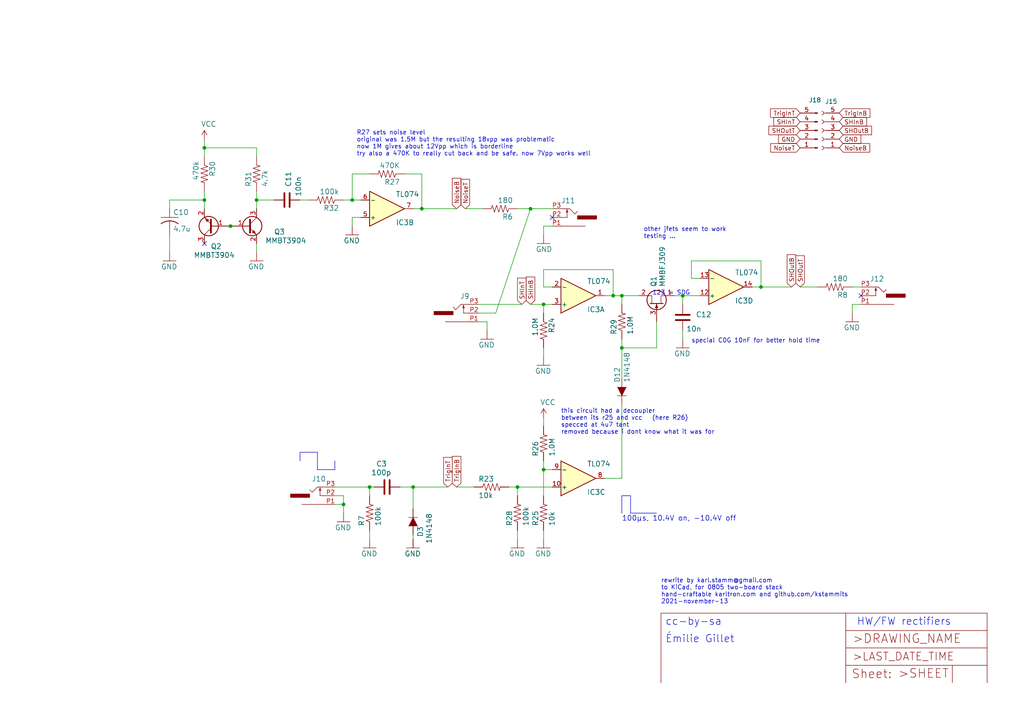
<source format=kicad_sch>
(kicad_sch (version 20230121) (generator eeschema)
  (paper "User" 299.06 210.007)
  (lib_symbols
    (symbol "Amplifier_Operational:TL074" (pin_names (offset 0.127))
      (property "Reference" "U" (at 0 5.08 0))
      (property "Value" "TL074" (at 0 -5.08 0))
      (symbol "TL074_1_1"
        (polyline (pts (xy -5.08 5.08) (xy 5.08 0) (xy -5.08 -5.08) (xy -5.08 5.08)) (stroke (width 0.254)) (fill (type background)))
        (pin output line (at 7.62 0 180) (length 2.54) (name "~") (number "1"))
        (pin input line (at -7.62 -2.54 0) (length 2.54) (name "-") (number "2"))
        (pin input line (at -7.62 2.54 0) (length 2.54) (name "+") (number "3"))
      )
      (symbol "TL074_2_1"
        (polyline (pts (xy -5.08 5.08) (xy 5.08 0) (xy -5.08 -5.08) (xy -5.08 5.08)) (stroke (width 0.254)) (fill (type background)))
        (pin input line (at -7.62 2.54 0) (length 2.54) (name "+") (number "5"))
        (pin input line (at -7.62 -2.54 0) (length 2.54) (name "-") (number "6"))
        (pin output line (at 7.62 0 180) (length 2.54) (name "~") (number "7"))
      )
      (symbol "TL074_3_1"
        (polyline (pts (xy -5.08 5.08) (xy 5.08 0) (xy -5.08 -5.08) (xy -5.08 5.08)) (stroke (width 0.254)) (fill (type background)))
        (pin input line (at -7.62 2.54 0) (length 2.54) (name "+") (number "10"))
        (pin output line (at 7.62 0 180) (length 2.54) (name "~") (number "8"))
        (pin input line (at -7.62 -2.54 0) (length 2.54) (name "-") (number "9"))
      )
      (symbol "TL074_4_1"
        (polyline (pts (xy -5.08 5.08) (xy 5.08 0) (xy -5.08 -5.08) (xy -5.08 5.08)) (stroke (width 0.254)) (fill (type background)))
        (pin input line (at -7.62 2.54 0) (length 2.54) (name "+") (number "12"))
        (pin input line (at -7.62 -2.54 0) (length 2.54) (name "-") (number "13"))
        (pin output line (at 7.62 0 180) (length 2.54) (name "~") (number "14"))
      )
      (symbol "TL074_5_1"
        (pin power_in line (at -2.54 -7.62 90) (length 3.81) (name "V-") (number "11"))
        (pin power_in line (at -2.54 7.62 270) (length 3.81) (name "V+") (number "4"))
      )
    )
    (symbol "Jinx-rescue:C-device" (pin_numbers hide) (pin_names (offset 0.254))
      (property "Reference" "C" (at 0.635 2.54 0))
      (property "Value" "device_C" (at 0.635 -2.54 0))
      (symbol "C-device_0_1"
        (polyline (pts (xy -2.032 -0.762) (xy 2.032 -0.762)) (stroke (width 0.508)))
        (polyline (pts (xy -2.032 0.762) (xy 2.032 0.762)) (stroke (width 0.508)))
      )
      (symbol "C-device_1_1"
        (pin passive line (at 0 3.81 270) (length 2.794) (name "~") (number "1"))
        (pin passive line (at 0 -3.81 90) (length 2.794) (name "~") (number "2"))
      )
    )
    (symbol "Jinx-rescue:Conn_01x05_Female-Connector" (pin_names (offset 1.016) hide)
      (property "Reference" "J" (at 0 7.62 0))
      (property "Value" "Connector_Conn_01x05_Female" (at 0 -7.62 0))
      (symbol "Conn_01x05_Female-Connector_1_1"
        (arc (start 0 -4.572) (mid -0.5058 -5.08) (end 0 -5.588) (stroke (width 0.1524)))
        (arc (start 0 -2.032) (mid -0.5058 -2.54) (end 0 -3.048) (stroke (width 0.1524)))
        (polyline (pts (xy -1.27 -5.08) (xy -0.508 -5.08)) (stroke (width 0.1524)))
        (polyline (pts (xy -1.27 -2.54) (xy -0.508 -2.54)) (stroke (width 0.1524)))
        (polyline (pts (xy -1.27 0) (xy -0.508 0)) (stroke (width 0.1524)))
        (polyline (pts (xy -1.27 2.54) (xy -0.508 2.54)) (stroke (width 0.1524)))
        (polyline (pts (xy -1.27 5.08) (xy -0.508 5.08)) (stroke (width 0.1524)))
        (arc (start 0 0.508) (mid -0.5058 0) (end 0 -0.508) (stroke (width 0.1524)))
        (arc (start 0 3.048) (mid -0.5058 2.54) (end 0 2.032) (stroke (width 0.1524)))
        (arc (start 0 5.588) (mid -0.5058 5.08) (end 0 4.572) (stroke (width 0.1524)))
        (pin passive line (at -5.08 5.08 0) (length 3.81) (name "Pin_1") (number "1"))
        (pin passive line (at -5.08 2.54 0) (length 3.81) (name "Pin_2") (number "2"))
        (pin passive line (at -5.08 0 0) (length 3.81) (name "Pin_3") (number "3"))
        (pin passive line (at -5.08 -2.54 0) (length 3.81) (name "Pin_4") (number "4"))
        (pin passive line (at -5.08 -5.08 0) (length 3.81) (name "Pin_5") (number "5"))
      )
    )
    (symbol "Jinx-rescue:Conn_01x05_Male-Connector" (pin_names (offset 1.016) hide)
      (property "Reference" "J" (at 0 7.62 0))
      (property "Value" "Connector_Conn_01x05_Male" (at 0 -7.62 0))
      (symbol "Conn_01x05_Male-Connector_1_1"
        (polyline (pts (xy 1.27 -5.08) (xy 0.8636 -5.08)) (stroke (width 0.1524)))
        (polyline (pts (xy 1.27 -2.54) (xy 0.8636 -2.54)) (stroke (width 0.1524)))
        (polyline (pts (xy 1.27 0) (xy 0.8636 0)) (stroke (width 0.1524)))
        (polyline (pts (xy 1.27 2.54) (xy 0.8636 2.54)) (stroke (width 0.1524)))
        (polyline (pts (xy 1.27 5.08) (xy 0.8636 5.08)) (stroke (width 0.1524)))
        (rectangle (start 0.8636 -4.953) (end 0 -5.207) (stroke (width 0.1524)) (fill (type outline)))
        (rectangle (start 0.8636 -2.413) (end 0 -2.667) (stroke (width 0.1524)) (fill (type outline)))
        (rectangle (start 0.8636 0.127) (end 0 -0.127) (stroke (width 0.1524)) (fill (type outline)))
        (rectangle (start 0.8636 2.667) (end 0 2.413) (stroke (width 0.1524)) (fill (type outline)))
        (rectangle (start 0.8636 5.207) (end 0 4.953) (stroke (width 0.1524)) (fill (type outline)))
        (pin passive line (at 5.08 5.08 180) (length 3.81) (name "Pin_1") (number "1"))
        (pin passive line (at 5.08 2.54 180) (length 3.81) (name "Pin_2") (number "2"))
        (pin passive line (at 5.08 0 180) (length 3.81) (name "Pin_3") (number "3"))
        (pin passive line (at 5.08 -2.54 180) (length 3.81) (name "Pin_4") (number "4"))
        (pin passive line (at 5.08 -5.08 180) (length 3.81) (name "Pin_5") (number "5"))
      )
    )
    (symbol "Jinx-rescue:D-device" (pin_numbers hide) (pin_names (offset 1.016) hide)
      (property "Reference" "D" (at 0 2.54 0))
      (property "Value" "device_D" (at 0 -2.54 0))
      (symbol "D-device_0_1"
        (polyline (pts (xy -1.27 1.27) (xy -1.27 -1.27)) (stroke (width 0.1524)))
        (polyline (pts (xy 1.27 1.27) (xy -1.27 0) (xy 1.27 -1.27)) (fill (type outline)))
      )
      (symbol "D-device_1_1"
        (pin passive line (at -3.81 0 0) (length 2.54) (name "K") (number "1"))
        (pin passive line (at 3.81 0 180) (length 2.54) (name "A") (number "2"))
      )
    )
    (symbol "Jinx-rescue:Q_NJFET_SDG-device" (pin_names (offset 0) hide)
      (property "Reference" "Q" (at 7.62 1.27 0))
      (property "Value" "device_Q_NJFET_SDG" (at 16.51 -1.27 0))
      (symbol "Q_NJFET_SDG-device_0_1"
        (polyline (pts (xy 0.254 1.905) (xy 0.254 -1.905) (xy 0.254 -1.905)) (stroke (width 0.254)))
        (polyline (pts (xy 2.54 -2.54) (xy 2.54 -1.27) (xy 0.254 -1.27)))
        (polyline (pts (xy 2.54 2.54) (xy 2.54 1.397) (xy 0.254 1.397)))
        (polyline (pts (xy 0 0) (xy -1.016 0.381) (xy -1.016 -0.381) (xy 0 0)) (fill (type outline)))
        (circle (center 1.27 0) (radius 2.8194) (stroke (width 0.254)))
      )
      (symbol "Q_NJFET_SDG-device_1_1"
        (pin passive line (at 2.54 -5.08 90) (length 2.54) (name "S") (number "1"))
        (pin passive line (at 2.54 5.08 270) (length 2.54) (name "D") (number "2"))
        (pin input line (at -5.08 0 0) (length 5.334) (name "G") (number "3"))
      )
    )
    (symbol "Jinx-rescue:Q_NPN_BEC-device" (pin_names (offset 0) hide)
      (property "Reference" "Q" (at 7.62 1.27 0))
      (property "Value" "device_Q_NPN_BEC" (at 15.24 -1.27 0))
      (symbol "Q_NPN_BEC-device_0_1"
        (polyline (pts (xy 0.635 0.635) (xy 2.54 2.54)))
        (polyline (pts (xy 0.635 -0.635) (xy 2.54 -2.54) (xy 2.54 -2.54)))
        (polyline (pts (xy 0.635 1.905) (xy 0.635 -1.905) (xy 0.635 -1.905)) (stroke (width 0.508)))
        (polyline (pts (xy 1.27 -1.778) (xy 1.778 -1.27) (xy 2.286 -2.286) (xy 1.27 -1.778) (xy 1.27 -1.778)) (fill (type outline)))
        (circle (center 1.27 0) (radius 2.8194) (stroke (width 0.254)))
      )
      (symbol "Q_NPN_BEC-device_1_1"
        (pin input line (at -5.08 0 0) (length 5.715) (name "B") (number "1"))
        (pin passive line (at 2.54 -5.08 90) (length 2.54) (name "E") (number "2"))
        (pin passive line (at 2.54 5.08 270) (length 2.54) (name "C") (number "3"))
      )
    )
    (symbol "k2-eagle-import:A4L-LOC" (pin_names (offset 1.016))
      (symbol "A4L-LOC_1_0"
        (polyline (pts (xy 161.29 3.81) (xy 161.29 24.13)))
        (polyline (pts (xy 161.29 24.13) (xy 215.265 24.13)))
        (polyline (pts (xy 215.265 8.89) (xy 215.265 3.81)))
        (polyline (pts (xy 215.265 8.89) (xy 215.265 13.97)))
        (polyline (pts (xy 215.265 13.97) (xy 215.265 19.05)))
        (polyline (pts (xy 215.265 13.97) (xy 256.54 13.97)))
        (polyline (pts (xy 215.265 19.05) (xy 215.265 24.13)))
        (polyline (pts (xy 215.265 19.05) (xy 256.54 19.05)))
        (polyline (pts (xy 215.265 24.13) (xy 256.54 24.13)))
        (polyline (pts (xy 246.38 3.81) (xy 246.38 8.89)))
        (polyline (pts (xy 246.38 8.89) (xy 215.265 8.89)))
        (polyline (pts (xy 246.38 8.89) (xy 256.54 8.89)))
        (polyline (pts (xy 256.54 3.81) (xy 256.54 8.89)))
        (polyline (pts (xy 256.54 8.89) (xy 256.54 13.97)))
        (polyline (pts (xy 256.54 13.97) (xy 256.54 19.05)))
        (polyline (pts (xy 256.54 19.05) (xy 256.54 24.13)))
        (text ">DRAWING_NAME" (at 217.17 15.24 0) (effects (font (size 2.54 2.54)) (justify left bottom)))
        (text ">LAST_DATE_TIME" (at 217.17 10.16 0) (effects (font (size 2.286 2.286)) (justify left bottom)))
        (text ">SHEET" (at 230.505 5.08 0) (effects (font (size 2.54 2.54)) (justify left bottom)))
        (text "Sheet:" (at 216.916 4.953 0) (effects (font (size 2.54 2.54)) (justify left bottom)))
      )
    )
    (symbol "k2-eagle-import:C-USC0603" (pin_names (offset 1.016))
      (property "Reference" "C" (at 1.016 0.635 0))
      (property "Value" "C-USC0603" (at 1.016 -4.191 0))
      (symbol "C-USC0603_1_0"
        (arc (start 0 -1.016) (mid -1.2939 -1.2289) (end -2.4638 -1.8288) (stroke (width 0.254)))
        (polyline (pts (xy -2.54 0) (xy 2.54 0)))
        (polyline (pts (xy 0 -1.016) (xy 0 -2.54)))
        (arc (start 2.4892 -1.8542) (mid 1.3167 -1.2157) (end 0 -0.9906) (stroke (width 0.254)))
        (pin passive line (at 0 2.54 270) (length 2.54) (name "1") (number "1"))
        (pin passive line (at 0 -5.08 90) (length 2.54) (name "2") (number "2"))
      )
    )
    (symbol "k2-eagle-import:GND" (power) (pin_names (offset 1.016))
      (property "Value" "GND" (at -2.54 -2.54 0))
      (symbol "GND_1_0"
        (polyline (pts (xy -1.905 0) (xy 1.905 0)))
        (pin power_in line (at 0 2.54 270) (length 2.54) (name "GND") (number "1"))
      )
    )
    (symbol "k2-eagle-import:PJ301_THONKICONN6" (pin_names (offset 1.016))
      (property "Reference" "J" (at -2.54 4.064 0))
      (symbol "PJ301_THONKICONN6_1_0"
        (polyline (pts (xy -2.54 -2.54) (xy 4.572 -2.54)))
        (polyline (pts (xy -2.54 0) (xy -0.762 0)))
        (polyline (pts (xy -2.54 2.54) (xy 0 2.54)))
        (polyline (pts (xy -1.016 1.524) (xy -0.508 1.524)))
        (polyline (pts (xy -0.762 0) (xy -0.762 2.286)))
        (polyline (pts (xy -0.762 2.286) (xy -1.016 1.524)))
        (polyline (pts (xy -0.508 1.524) (xy -0.762 2.286)))
        (polyline (pts (xy 0 2.54) (xy 1.524 1.016)))
        (polyline (pts (xy 1.524 1.016) (xy 2.286 1.778)))
        (rectangle (start 2.286 -0.508) (end 7.874 0.508) (fill (type outline)))
        (pin passive line (at -5.08 -2.54 0) (length 2.54) (name "1") (number "P1"))
        (pin passive line (at -5.08 0 0) (length 2.54) (name "2") (number "P2"))
        (pin passive line (at -5.08 2.54 0) (length 2.54) (name "3") (number "P3"))
      )
    )
    (symbol "k2-eagle-import:R-US_R0402" (pin_names (offset 1.016))
      (property "Reference" "R" (at -3.81 1.4986 0))
      (property "Value" "R-US_R0402" (at -3.81 -3.302 0))
      (symbol "R-US_R0402_1_0"
        (polyline (pts (xy -2.54 0) (xy -2.159 1.016)))
        (polyline (pts (xy -2.159 1.016) (xy -1.524 -1.016)))
        (polyline (pts (xy -1.524 -1.016) (xy -0.889 1.016)))
        (polyline (pts (xy -0.889 1.016) (xy -0.254 -1.016)))
        (polyline (pts (xy -0.254 -1.016) (xy 0.381 1.016)))
        (polyline (pts (xy 0.381 1.016) (xy 1.016 -1.016)))
        (polyline (pts (xy 1.016 -1.016) (xy 1.651 1.016)))
        (polyline (pts (xy 1.651 1.016) (xy 2.286 -1.016)))
        (polyline (pts (xy 2.286 -1.016) (xy 2.54 0)))
        (pin passive line (at -5.08 0 0) (length 2.54) (name "1") (number "1"))
        (pin passive line (at 5.08 0 180) (length 2.54) (name "2") (number "2"))
      )
    )
    (symbol "k2-eagle-import:VCC" (power) (pin_names (offset 1.016))
      (property "Value" "VCC" (at -1.016 3.556 0))
      (symbol "VCC_1_0"
        (polyline (pts (xy 0 2.54) (xy -0.762 1.27)))
        (polyline (pts (xy 0.762 1.27) (xy 0 2.54)))
        (pin power_in line (at 0 0 90) (length 2.54) (name "VCC") (number "1"))
      )
    )
  )
  (junction (at 100.33 147.32))
  (junction (at 158.75 88.9))
  (junction (at 222.25 83.82))
  (junction (at 154.94 60.96))
  (junction (at 107.95 142.24))
  (junction (at 74.93 58.42))
  (junction (at 181.61 86.36))
  (junction (at 102.87 58.42))
  (junction (at 181.61 101.6))
  (junction (at 120.65 142.24))
  (junction (at 59.69 58.42))
  (junction (at 151.13 142.24))
  (junction (at 123.19 60.96))
  (junction (at 199.39 86.36))
  (junction (at 179.07 86.36))
  (junction (at 67.31 66.04))
  (junction (at 158.75 137.16))
  (junction (at 59.69 43.18))
  (no_connect (at 251.46 86.36))
  (no_connect (at 161.29 63.5))
  (no_connect (at 59.69 71.12))
  (wire (pts (xy 123.19 60.96) (xy 133.35 60.96)))
  (wire (pts (xy 102.87 58.42) (xy 100.33 58.42)))
  (wire (pts (xy 158.75 91.44) (xy 158.75 88.9)))
  (polyline (pts (xy 92.71 132.08) (xy 92.71 137.16)))
  (wire (pts (xy 201.93 81.28) (xy 201.93 76.2)))
  (wire (pts (xy 133.35 142.24) (xy 138.43 142.24)))
  (wire (pts (xy 158.75 137.16) (xy 158.75 144.78)))
  (wire (pts (xy 179.07 78.74) (xy 179.07 86.36)))
  (wire (pts (xy 151.13 142.24) (xy 151.13 144.78)))
  (wire (pts (xy 120.65 142.24) (xy 130.81 142.24)))
  (wire (pts (xy 90.17 58.42) (xy 87.63 58.42)))
  (wire (pts (xy 158.75 101.6) (xy 158.75 104.14)))
  (wire (pts (xy 102.87 50.8) (xy 102.87 58.42)))
  (wire (pts (xy 201.93 76.2) (xy 222.25 76.2)))
  (wire (pts (xy 179.07 86.36) (xy 176.53 86.36)))
  (wire (pts (xy 116.84 142.24) (xy 120.65 142.24)))
  (wire (pts (xy 105.41 63.5) (xy 102.87 63.5)))
  (wire (pts (xy 107.95 142.24) (xy 109.22 142.24)))
  (wire (pts (xy 176.53 139.7) (xy 181.61 139.7)))
  (wire (pts (xy 222.25 83.82) (xy 219.71 83.82)))
  (polyline (pts (xy 184.15 149.86) (xy 191.77 149.86)))
  (wire (pts (xy 74.93 60.96) (xy 74.93 58.42)))
  (wire (pts (xy 161.29 137.16) (xy 158.75 137.16)))
  (polyline (pts (xy 87.63 132.08) (xy 92.71 132.08)))
  (wire (pts (xy 120.65 60.96) (xy 123.19 60.96)))
  (wire (pts (xy 161.29 66.04) (xy 158.75 66.04)))
  (wire (pts (xy 191.77 101.6) (xy 191.77 93.98)))
  (wire (pts (xy 158.75 124.46) (xy 158.75 121.92)))
  (wire (pts (xy 158.75 137.16) (xy 158.75 134.62)))
  (wire (pts (xy 120.65 142.24) (xy 120.65 148.59)))
  (wire (pts (xy 135.89 60.96) (xy 140.97 60.96)))
  (wire (pts (xy 151.13 142.24) (xy 161.29 142.24)))
  (wire (pts (xy 251.46 88.9) (xy 248.92 88.9)))
  (wire (pts (xy 181.61 99.06) (xy 181.61 101.6)))
  (wire (pts (xy 158.75 154.94) (xy 158.75 157.48)))
  (wire (pts (xy 199.39 86.36) (xy 204.47 86.36)))
  (polyline (pts (xy 97.79 137.16) (xy 97.79 134.62)))
  (wire (pts (xy 181.61 139.7) (xy 181.61 118.11)))
  (wire (pts (xy 139.7 88.9) (xy 152.4 88.9)))
  (wire (pts (xy 107.95 142.24) (xy 97.79 142.24)))
  (wire (pts (xy 204.47 81.28) (xy 201.93 81.28)))
  (wire (pts (xy 151.13 60.96) (xy 154.94 60.96)))
  (wire (pts (xy 161.29 83.82) (xy 158.75 83.82)))
  (wire (pts (xy 74.93 58.42) (xy 74.93 55.88)))
  (wire (pts (xy 158.75 78.74) (xy 179.07 78.74)))
  (wire (pts (xy 144.78 91.44) (xy 154.94 60.96)))
  (wire (pts (xy 59.69 43.18) (xy 59.69 40.64)))
  (wire (pts (xy 181.61 101.6) (xy 191.77 101.6)))
  (wire (pts (xy 100.33 147.32) (xy 100.33 149.86)))
  (wire (pts (xy 120.65 157.48) (xy 120.65 156.21)))
  (wire (pts (xy 151.13 154.94) (xy 151.13 157.48)))
  (wire (pts (xy 59.69 43.18) (xy 74.93 43.18)))
  (polyline (pts (xy 181.61 144.78) (xy 184.15 144.78)))
  (wire (pts (xy 179.07 86.36) (xy 181.61 86.36)))
  (wire (pts (xy 154.94 88.9) (xy 158.75 88.9)))
  (wire (pts (xy 222.25 76.2) (xy 222.25 83.82)))
  (wire (pts (xy 49.53 68.58) (xy 49.53 73.66)))
  (wire (pts (xy 64.77 66.04) (xy 67.31 66.04)))
  (wire (pts (xy 67.31 66.04) (xy 69.85 66.04)))
  (wire (pts (xy 123.19 50.8) (xy 123.19 60.96)))
  (wire (pts (xy 199.39 96.52) (xy 199.39 99.06)))
  (wire (pts (xy 107.95 154.94) (xy 107.95 157.48)))
  (wire (pts (xy 49.53 58.42) (xy 59.69 58.42)))
  (wire (pts (xy 74.93 43.18) (xy 74.93 45.72)))
  (wire (pts (xy 154.94 60.96) (xy 161.29 60.96)))
  (wire (pts (xy 158.75 66.04) (xy 158.75 68.58)))
  (wire (pts (xy 158.75 83.82) (xy 158.75 78.74)))
  (wire (pts (xy 49.53 60.96) (xy 49.53 58.42)))
  (wire (pts (xy 59.69 58.42) (xy 59.69 55.88)))
  (wire (pts (xy 102.87 63.5) (xy 102.87 66.04)))
  (wire (pts (xy 102.87 58.42) (xy 105.41 58.42)))
  (wire (pts (xy 181.61 86.36) (xy 186.69 86.36)))
  (wire (pts (xy 158.75 88.9) (xy 161.29 88.9)))
  (wire (pts (xy 97.79 147.32) (xy 100.33 147.32)))
  (wire (pts (xy 107.95 144.78) (xy 107.95 142.24)))
  (wire (pts (xy 59.69 60.96) (xy 59.69 58.42)))
  (wire (pts (xy 97.79 144.78) (xy 100.33 144.78)))
  (wire (pts (xy 148.59 142.24) (xy 151.13 142.24)))
  (wire (pts (xy 181.61 88.9) (xy 181.61 86.36)))
  (wire (pts (xy 139.7 93.98) (xy 142.24 93.98)))
  (wire (pts (xy 248.92 88.9) (xy 248.92 91.44)))
  (polyline (pts (xy 184.15 144.78) (xy 184.15 149.86)))
  (polyline (pts (xy 181.61 149.86) (xy 181.61 144.78)))
  (wire (pts (xy 144.78 91.44) (xy 139.7 91.44)))
  (wire (pts (xy 59.69 45.72) (xy 59.69 43.18)))
  (polyline (pts (xy 92.71 137.16) (xy 97.79 137.16)))
  (wire (pts (xy 248.92 83.82) (xy 251.46 83.82)))
  (wire (pts (xy 74.93 71.12) (xy 74.93 73.66)))
  (wire (pts (xy 181.61 110.49) (xy 181.61 101.6)))
  (wire (pts (xy 222.25 83.82) (xy 231.14 83.82)))
  (wire (pts (xy 233.68 83.82) (xy 238.76 83.82)))
  (polyline (pts (xy 87.63 134.62) (xy 87.63 132.08)))
  (wire (pts (xy 100.33 144.78) (xy 100.33 147.32)))
  (wire (pts (xy 196.85 86.36) (xy 199.39 86.36)))
  (wire (pts (xy 107.95 50.8) (xy 102.87 50.8)))
  (wire (pts (xy 80.01 58.42) (xy 74.93 58.42)))
  (wire (pts (xy 199.39 86.36) (xy 199.39 88.9)))
  (wire (pts (xy 142.24 93.98) (xy 142.24 96.52)))
  (wire (pts (xy 118.11 50.8) (xy 123.19 50.8)))
  (text "other jfets seem to work\ntesting ..." (at 187.96 69.85 0) (effects (font (size 1.27 1.27)) (justify left bottom)))
  (text "this circuit had a decoupler \nbetween its r25 and vcc   (here R26)\nspecced at 4u7 tant\nremoved because i dont know what it was for" (at 163.83 127 0) (effects (font (size 1.27 1.27)) (justify left bottom)))
  (text "123 = SDG" (at 190.5 86.36 0) (effects (font (size 1.27 1.27)) (justify left bottom)))
  (text "HW/FW rectifiers" (at 250.19 182.88 0) (effects (font (size 2.159 2.159)) (justify left bottom)))
  (text "rewrite by karl.stamm@gmail.com\nto KiCad, for 0805 two-board stack\nhand-craftable karltron.com and github.com/kstammits\n2021-november-13" (at 193.04 176.53 0) (effects (font (size 1.27 1.27)) (justify left bottom)))
  (text "Émilie Gillet" (at 194.31 187.96 0) (effects (font (size 2.159 2.159)) (justify left bottom)))
  (text "R27 sets noise level\noriginal was 1.5M but the resulting 18vpp was problematic\nnow 1M gives about 12Vpp which is borderline\ntry also a 470K to really cut back and be safe. now 7Vpp works well" (at 104.14 45.72 0) (effects (font (size 1.27 1.27)) (justify left bottom)))
  (text "special C0G 10nF for better hold time" (at 201.93 100.33 0) (effects (font (size 1.27 1.27)) (justify left bottom)))
  (text "cc-by-sa" (at 194.31 182.88 0) (effects (font (size 2.159 2.159)) (justify left bottom)))
  (text "100µs, 10.4V on, -10.4V off" (at 181.61 152.4 0) (effects (font (size 1.4986 1.4986)) (justify left bottom)))
  (global_label "SHOutB" (shape input) (at 245.11 38.1 0) (property "Intersheetrefs" "${INTERSHEET_REFS}" (effects hide)))
  (global_label "TrigInB" (shape input) (at 245.11 33.02 0) (property "Intersheetrefs" "${INTERSHEET_REFS}" (effects hide)))
  (global_label "NoiseB" (shape input) (at 133.35 60.96 90) (property "Intersheetrefs" "${INTERSHEET_REFS}" (effects hide)))
  (global_label "GND" (shape input) (at 245.11 40.64 0) (property "Intersheetrefs" "${INTERSHEET_REFS}" (effects hide)))
  (global_label "SHOutT" (shape input) (at 233.68 83.82 90) (property "Intersheetrefs" "${INTERSHEET_REFS}" (effects hide)))
  (global_label "TrigInT" (shape input) (at 233.68 33.02 180) (property "Intersheetrefs" "${INTERSHEET_REFS}" (effects hide)))
  (global_label "SHInT" (shape input) (at 152.4 88.9 90) (property "Intersheetrefs" "${INTERSHEET_REFS}" (effects hide)))
  (global_label "GND" (shape input) (at 233.68 40.64 180) (property "Intersheetrefs" "${INTERSHEET_REFS}" (effects hide)))
  (global_label "NoiseT" (shape input) (at 135.89 60.96 90) (property "Intersheetrefs" "${INTERSHEET_REFS}" (effects hide)))
  (global_label "NoiseB" (shape input) (at 245.11 43.18 0) (property "Intersheetrefs" "${INTERSHEET_REFS}" (effects hide)))
  (global_label "SHOutB" (shape input) (at 231.14 83.82 90) (property "Intersheetrefs" "${INTERSHEET_REFS}" (effects hide)))
  (global_label "NoiseT" (shape input) (at 233.68 43.18 180) (property "Intersheetrefs" "${INTERSHEET_REFS}" (effects hide)))
  (global_label "SHInB" (shape input) (at 245.11 35.56 0) (property "Intersheetrefs" "${INTERSHEET_REFS}" (effects hide)))
  (global_label "TrigInB" (shape input) (at 133.35 142.24 90) (property "Intersheetrefs" "${INTERSHEET_REFS}" (effects hide)))
  (global_label "SHOutT" (shape input) (at 233.68 38.1 180) (property "Intersheetrefs" "${INTERSHEET_REFS}" (effects hide)))
  (global_label "SHInB" (shape input) (at 154.94 88.9 90) (property "Intersheetrefs" "${INTERSHEET_REFS}" (effects hide)))
  (global_label "SHInT" (shape input) (at 233.68 35.56 180) (property "Intersheetrefs" "${INTERSHEET_REFS}" (effects hide)))
  (global_label "TrigInT" (shape input) (at 130.81 142.24 90) (property "Intersheetrefs" "${INTERSHEET_REFS}" (effects hide)))
  (symbol (lib_id "k2-eagle-import:A4L-LOC") (at 31.75 203.2 0) (unit 1)
    (property "Reference" "#FRAME7" (effects hide))
    (property "Value" "A4L-LOC" (effects hide))
  )
  (symbol (lib_id "k2-eagle-import:R-US_R0402") (at 107.95 149.86 90) (unit 1)
    (property "Reference" "R7" (at 106.4514 153.67 0) (effects (font (size 1.4986 1.4986)) (justify left bottom)))
    (property "Value" "100k" (at 111.252 153.67 0) (effects (font (size 1.4986 1.4986)) (justify left bottom)))
    (property "Footprint" "Resistor_SMD:R_0805_2012Metric_Pad1.20x1.40mm_HandSolder" (effects hide))
    (instances (project "Jinx" (path "" (reference "R7") (unit 1)) (path "" (reference "R7") (unit 1)) (path "" (reference "R16") (unit 1))))
  )
  (symbol (lib_id "k2-eagle-import:GND") (at 158.75 71.12 0) (mirror y) (unit 1)
    (property "Reference" "#GND015" (effects hide))
    (property "Value" "GND" (at 161.29 73.66 0) (effects (font (size 1.4986 1.4986)) (justify left bottom)))
    (instances (project "Jinx" (path "" (reference "#GND015") (unit 1)) (path "" (reference "#GND15") (unit 1)) (path "" (reference "#GND04") (unit 1))))
  )
  (symbol (lib_id "k2-eagle-import:R-US_R0402") (at 158.75 96.52 270) (unit 1)
    (property "Reference" "R24" (at 160.2486 92.71 0) (effects (font (size 1.4986 1.4986)) (justify left bottom)))
    (property "Value" "1.0M" (at 155.448 92.71 0) (effects (font (size 1.4986 1.4986)) (justify left bottom)))
    (property "Footprint" "Resistor_SMD:R_0805_2012Metric_Pad1.20x1.40mm_HandSolder" (effects hide))
    (instances (project "Jinx" (path "" (reference "R24") (unit 1)) (path "" (reference "R24") (unit 1)) (path "" (reference "R13") (unit 1))))
  )
  (symbol (lib_id "Amplifier_Operational:TL074") (at 113.03 60.96 0) (mirror x) (unit 2)
    (property "Reference" "IC3" (at 115.57 64.135 0) (effects (font (size 1.4986 1.4986)) (justify left bottom)))
    (property "Value" "TL074" (at 115.57 55.88 0) (effects (font (size 1.4986 1.4986)) (justify left bottom)))
    (property "Footprint" "Package_SO:SOIC-14_3.9x8.7mm_P1.27mm" (effects hide))
    (instances (project "Jinx" (path "" (reference "IC3") (unit 2)) (path "" (reference "IC?") (unit 1)) (path "" (reference "IC1") (unit 2))))
  )
  (symbol (lib_id "k2-eagle-import:R-US_R0402") (at 143.51 142.24 0) (unit 1)
    (property "Reference" "R23" (at 139.7 140.7414 0) (effects (font (size 1.4986 1.4986)) (justify left bottom)))
    (property "Value" "10k" (at 139.7 145.542 0) (effects (font (size 1.4986 1.4986)) (justify left bottom)))
    (property "Footprint" "Resistor_SMD:R_0805_2012Metric_Pad1.20x1.40mm_HandSolder" (effects hide))
    (instances (project "Jinx" (path "" (reference "R23") (unit 1)) (path "" (reference "R23") (unit 1)) (path "" (reference "R15") (unit 1))))
  )
  (symbol (lib_id "k2-eagle-import:GND") (at 199.39 101.6 0) (unit 1)
    (property "Reference" "#GND030" (effects hide))
    (property "Value" "GND" (at 196.85 104.14 0) (effects (font (size 1.4986 1.4986)) (justify left bottom)))
    (instances (project "Jinx" (path "" (reference "#GND030") (unit 1)) (path "" (reference "#GND30") (unit 1)) (path "" (reference "#GND013") (unit 1))))
  )
  (symbol (lib_id "k2-eagle-import:GND") (at 120.65 160.02 0) (unit 1)
    (property "Reference" "#GND032" (effects hide))
    (property "Value" "GND" (at 118.11 162.56 0) (effects (font (size 1.4986 1.4986)) (justify left bottom)))
    (instances (project "Jinx" (path "" (reference "#GND032") (unit 1)) (path "" (reference "#GND32") (unit 1)) (path "" (reference "#GND022") (unit 1))))
  )
  (symbol (lib_id "k2-eagle-import:GND") (at 158.75 106.68 0) (unit 1)
    (property "Reference" "#GND029" (effects hide))
    (property "Value" "GND" (at 156.21 109.22 0) (effects (font (size 1.4986 1.4986)) (justify left bottom)))
    (instances (project "Jinx" (path "" (reference "#GND029") (unit 1)) (path "" (reference "#GND29") (unit 1)) (path "" (reference "#GND017") (unit 1))))
  )
  (symbol (lib_id "Amplifier_Operational:TL074") (at 212.09 83.82 0) (mirror x) (unit 4)
    (property "Reference" "IC3" (at 214.63 86.995 0) (effects (font (size 1.4986 1.4986)) (justify left bottom)))
    (property "Value" "TL074" (at 214.63 78.74 0) (effects (font (size 1.4986 1.4986)) (justify left bottom)))
    (property "Footprint" "Package_SO:SOIC-14_3.9x8.7mm_P1.27mm" (effects hide))
    (instances (project "Jinx" (path "" (reference "IC3") (unit 4)) (path "" (reference "IC?") (unit 1)) (path "" (reference "IC1") (unit 4))))
  )
  (symbol (lib_id "Amplifier_Operational:TL074") (at 168.91 139.7 0) (mirror x) (unit 3)
    (property "Reference" "IC3" (at 171.45 142.875 0) (effects (font (size 1.4986 1.4986)) (justify left bottom)))
    (property "Value" "TL074" (at 171.45 134.62 0) (effects (font (size 1.4986 1.4986)) (justify left bottom)))
    (property "Footprint" "Package_SO:SOIC-14_3.9x8.7mm_P1.27mm" (effects hide))
    (instances (project "Jinx" (path "" (reference "IC3") (unit 3)) (path "" (reference "IC?") (unit 1)) (path "" (reference "IC1") (unit 3))))
  )
  (symbol (lib_id "k2-eagle-import:R-US_R0402") (at 113.03 50.8 180) (unit 1)
    (property "Reference" "R27" (at 116.84 52.2986 0) (effects (font (size 1.4986 1.4986)) (justify left bottom)))
    (property "Value" "470K" (at 116.84 47.498 0) (effects (font (size 1.4986 1.4986)) (justify left bottom)))
    (property "Footprint" "Resistor_SMD:R_0805_2012Metric_Pad1.20x1.40mm_HandSolder" (effects hide))
    (instances (project "Jinx" (path "" (reference "R27") (unit 1)) (path "" (reference "R27") (unit 1)) (path "" (reference "R3") (unit 1))))
  )
  (symbol (lib_id "k2-eagle-import:R-US_R0402") (at 158.75 129.54 90) (unit 1)
    (property "Reference" "R26" (at 157.2514 133.35 0) (effects (font (size 1.4986 1.4986)) (justify left bottom)))
    (property "Value" "1.0M" (at 162.052 133.35 0) (effects (font (size 1.4986 1.4986)) (justify left bottom)))
    (property "Footprint" "Resistor_SMD:R_0805_2012Metric_Pad1.20x1.40mm_HandSolder" (effects hide))
    (instances (project "Jinx" (path "" (reference "R26") (unit 1)) (path "" (reference "R26") (unit 1)) (path "" (reference "R14") (unit 1))))
  )
  (symbol (lib_id "Jinx-rescue:D-device") (at 181.61 114.3 90) (unit 1)
    (property "Reference" "D12" (at 181.1274 111.76 0) (effects (font (size 1.4986 1.4986)) (justify left bottom)))
    (property "Value" "1N4148" (at 183.9214 111.76 0) (effects (font (size 1.4986 1.4986)) (justify left bottom)))
    (property "Footprint" "Diode_SMD:D_1206_3216Metric_Pad1.42x1.75mm_HandSolder" (effects hide))
    (instances (project "Jinx" (path "" (reference "D12") (unit 1)) (path "" (reference "D12") (unit 1)) (path "" (reference "D4") (unit 1))))
  )
  (symbol (lib_id "k2-eagle-import:GND") (at 49.53 76.2 0) (unit 1)
    (property "Reference" "#GND035" (effects hide))
    (property "Value" "GND" (at 46.99 78.74 0) (effects (font (size 1.4986 1.4986)) (justify left bottom)))
    (instances (project "Jinx" (path "" (reference "#GND035") (unit 1)) (path "" (reference "#GND35") (unit 1)) (path "" (reference "#GND06") (unit 1))))
  )
  (symbol (lib_id "k2-eagle-import:R-US_R0402") (at 59.69 50.8 270) (unit 1)
    (property "Reference" "R30" (at 61.1886 46.99 0) (effects (font (size 1.4986 1.4986)) (justify left bottom)))
    (property "Value" "470k" (at 56.388 46.99 0) (effects (font (size 1.4986 1.4986)) (justify left bottom)))
    (property "Footprint" "Resistor_SMD:R_0805_2012Metric_Pad1.20x1.40mm_HandSolder" (effects hide))
    (instances (project "Jinx" (path "" (reference "R30") (unit 1)) (path "" (reference "R30") (unit 1)) (path "" (reference "R1") (unit 1))))
  )
  (symbol (lib_id "k2-eagle-import:R-US_R0402") (at 95.25 58.42 180) (unit 1)
    (property "Reference" "R32" (at 99.06 59.9186 0) (effects (font (size 1.4986 1.4986)) (justify left bottom)))
    (property "Value" "100k" (at 99.06 55.118 0) (effects (font (size 1.4986 1.4986)) (justify left bottom)))
    (property "Footprint" "Resistor_SMD:R_0805_2012Metric_Pad1.20x1.40mm_HandSolder" (effects hide))
    (instances (project "Jinx" (path "" (reference "R32") (unit 1)) (path "" (reference "R32") (unit 1)) (path "" (reference "R9") (unit 1))))
  )
  (symbol (lib_id "k2-eagle-import:GND") (at 74.93 76.2 0) (unit 1)
    (property "Reference" "#GND03" (effects hide))
    (property "Value" "GND" (at 72.39 78.74 0) (effects (font (size 1.4986 1.4986)) (justify left bottom)))
    (instances (project "Jinx" (path "" (reference "#GND03") (unit 1)) (path "" (reference "#GND3") (unit 1)) (path "" (reference "#GND07") (unit 1))))
  )
  (symbol (lib_id "k2-eagle-import:GND") (at 151.13 160.02 0) (unit 1)
    (property "Reference" "#GND033" (effects hide))
    (property "Value" "GND" (at 148.59 162.56 0) (effects (font (size 1.4986 1.4986)) (justify left bottom)))
    (instances (project "Jinx" (path "" (reference "#GND033") (unit 1)) (path "" (reference "#GND33") (unit 1)) (path "" (reference "#GND023") (unit 1))))
  )
  (symbol (lib_id "Jinx-rescue:Conn_01x05_Female-Connector") (at 240.03 38.1 180) (unit 1)
    (property "Reference" "J15" (at 242.7732 29.6418 0))
    (property "Value" "Conn_01x05_Female" (effects hide))
    (property "Footprint" "Connector_PinHeader_2.54mm:PinHeader_1x05_P2.54mm_Vertical" (effects hide))
    (instances (project "Jinx" (path "" (reference "J15") (unit 1)) (path "" (reference "J2") (unit 1)) (path "" (reference "J15") (unit 1))))
  )
  (symbol (lib_id "k2-eagle-import:R-US_R0402") (at 243.84 83.82 180) (unit 1)
    (property "Reference" "R8" (at 247.65 85.3186 0) (effects (font (size 1.4986 1.4986)) (justify left bottom)))
    (property "Value" "180" (at 247.65 80.518 0) (effects (font (size 1.4986 1.4986)) (justify left bottom)))
    (property "Footprint" "Resistor_SMD:R_0805_2012Metric_Pad1.20x1.40mm_HandSolder" (effects hide))
    (instances (project "Jinx" (path "" (reference "R8") (unit 1)) (path "" (reference "R8") (unit 1)) (path "" (reference "R11") (unit 1))))
  )
  (symbol (lib_id "k2-eagle-import:VCC") (at 158.75 121.92 0) (unit 1)
    (property "Reference" "#P+08" (effects hide))
    (property "Value" "VCC" (at 157.734 118.364 0) (effects (font (size 1.4986 1.4986)) (justify left bottom)))
    (instances (project "Jinx" (path "" (reference "#P+08") (unit 1)) (path "" (reference "#P+8") (unit 1)) (path "" (reference "#P+06") (unit 1))))
  )
  (symbol (lib_id "k2-eagle-import:GND") (at 248.92 93.98 0) (unit 1)
    (property "Reference" "#GND018" (effects hide))
    (property "Value" "GND" (at 246.38 96.52 0) (effects (font (size 1.4986 1.4986)) (justify left bottom)))
    (instances (project "Jinx" (path "" (reference "#GND018") (unit 1)) (path "" (reference "#GND18") (unit 1)) (path "" (reference "#GND08") (unit 1))))
  )
  (symbol (lib_id "k2-eagle-import:PJ301_THONKICONN6") (at 256.54 86.36 0) (unit 1)
    (property "Reference" "J12" (at 254 82.296 0) (effects (font (size 1.4986 1.4986)) (justify left bottom)))
    (property "Value" "PJ301_THONKICONN6" (effects hide))
    (property "Footprint" "k2:WQP_PJ_301M6" (effects hide))
    (instances (project "Jinx" (path "" (reference "J12") (unit 1)) (path "" (reference "J12") (unit 1)) (path "" (reference "J4") (unit 1))))
  )
  (symbol (lib_id "Jinx-rescue:D-device") (at 120.65 152.4 270) (unit 1)
    (property "Reference" "D3" (at 121.92 153.67 0) (effects (font (size 1.4986 1.4986)) (justify left bottom)))
    (property "Value" "1N4148" (at 124.46 149.86 0) (effects (font (size 1.4986 1.4986)) (justify left bottom)))
    (property "Footprint" "Diode_SMD:D_1206_3216Metric_Pad1.42x1.75mm_HandSolder" (effects hide))
    (instances (project "Jinx" (path "" (reference "D3") (unit 1)) (path "" (reference "D3") (unit 1)) (path "" (reference "D5") (unit 1))))
  )
  (symbol (lib_id "k2-eagle-import:GND") (at 142.24 99.06 0) (unit 1)
    (property "Reference" "#GND019" (effects hide))
    (property "Value" "GND" (at 139.7 101.6 0) (effects (font (size 1.4986 1.4986)) (justify left bottom)))
    (instances (project "Jinx" (path "" (reference "#GND019") (unit 1)) (path "" (reference "#GND19") (unit 1)) (path "" (reference "#GND012") (unit 1))))
  )
  (symbol (lib_id "k2-eagle-import:GND") (at 100.33 152.4 0) (unit 1)
    (property "Reference" "#GND016" (effects hide))
    (property "Value" "GND" (at 97.79 154.94 0) (effects (font (size 1.4986 1.4986)) (justify left bottom)))
    (instances (project "Jinx" (path "" (reference "#GND016") (unit 1)) (path "" (reference "#GND16") (unit 1)) (path "" (reference "#GND020") (unit 1))))
  )
  (symbol (lib_id "k2-eagle-import:R-US_R0402") (at 158.75 149.86 90) (unit 1)
    (property "Reference" "R25" (at 157.2514 153.67 0) (effects (font (size 1.4986 1.4986)) (justify left bottom)))
    (property "Value" "10k" (at 162.052 153.67 0) (effects (font (size 1.4986 1.4986)) (justify left bottom)))
    (property "Footprint" "Resistor_SMD:R_0805_2012Metric_Pad1.20x1.40mm_HandSolder" (effects hide))
    (instances (project "Jinx" (path "" (reference "R25") (unit 1)) (path "" (reference "R25") (unit 1)) (path "" (reference "R18") (unit 1))))
  )
  (symbol (lib_id "k2-eagle-import:PJ301_THONKICONN6") (at 166.37 63.5 0) (unit 1)
    (property "Reference" "J11" (at 163.83 59.436 0) (effects (font (size 1.4986 1.4986)) (justify left bottom)))
    (property "Value" "PJ301_THONKICONN6" (effects hide))
    (property "Footprint" "k2:WQP_PJ_301M6" (effects hide))
    (instances (project "Jinx" (path "" (reference "J11") (unit 1)) (path "" (reference "J11") (unit 1)) (path "" (reference "J3") (unit 1))))
  )
  (symbol (lib_id "k2-eagle-import:C-USC0603") (at 49.53 63.5 0) (unit 1)
    (property "Reference" "C10" (at 50.546 62.865 0) (effects (font (size 1.4986 1.4986)) (justify left bottom)))
    (property "Value" "4.7u" (at 50.546 67.691 0) (effects (font (size 1.4986 1.4986)) (justify left bottom)))
    (property "Footprint" "Capacitor_SMD:C_0805_2012Metric_Pad1.18x1.45mm_HandSolder" (effects hide))
    (instances (project "Jinx" (path "" (reference "C10") (unit 1)) (path "" (reference "C10") (unit 1)) (path "" (reference "C14") (unit 1))))
  )
  (symbol (lib_id "k2-eagle-import:GND") (at 158.75 160.02 0) (unit 1)
    (property "Reference" "#GND034" (effects hide))
    (property "Value" "GND" (at 156.21 162.56 0) (effects (font (size 1.4986 1.4986)) (justify left bottom)))
    (instances (project "Jinx" (path "" (reference "#GND034") (unit 1)) (path "" (reference "#GND34") (unit 1)) (path "" (reference "#GND024") (unit 1))))
  )
  (symbol (lib_id "Jinx-rescue:C-device") (at 113.03 142.24 90) (unit 1)
    (property "Reference" "C3" (at 113.03 134.62 90) (effects (font (size 1.4986 1.4986)) (justify left bottom)))
    (property "Value" "100p" (at 114.3 137.16 90) (effects (font (size 1.4986 1.4986)) (justify left bottom)))
    (property "Footprint" "Capacitor_SMD:C_0805_2012Metric_Pad1.18x1.45mm_HandSolder" (effects hide))
    (instances (project "Jinx" (path "" (reference "C3") (unit 1)) (path "" (reference "C3") (unit 1)) (path "" (reference "C16") (unit 1))))
  )
  (symbol (lib_id "Jinx-rescue:Conn_01x05_Male-Connector") (at 238.76 38.1 180) (unit 1)
    (property "Reference" "J18" (at 236.22 29.21 0) (effects (justify right)))
    (property "Value" "Conn_01x05_Male" (effects hide))
    (property "Footprint" "Connector_PinHeader_2.54mm:PinHeader_1x05_P2.54mm_Vertical" (effects hide))
    (instances (project "Jinx" (path "" (reference "J18") (unit 1)) (path "" (reference "J1") (unit 1)) (path "" (reference "J18") (unit 1))))
  )
  (symbol (lib_id "k2-eagle-import:R-US_R0402") (at 74.93 50.8 90) (unit 1)
    (property "Reference" "R31" (at 73.4314 54.61 0) (effects (font (size 1.4986 1.4986)) (justify left bottom)))
    (property "Value" "4.7k" (at 78.232 54.61 0) (effects (font (size 1.4986 1.4986)) (justify left bottom)))
    (property "Footprint" "Resistor_SMD:R_0805_2012Metric_Pad1.20x1.40mm_HandSolder" (effects hide))
    (instances (project "Jinx" (path "" (reference "R31") (unit 1)) (path "" (reference "R31") (unit 1)) (path "" (reference "R2") (unit 1))))
  )
  (symbol (lib_id "k2-eagle-import:PJ301_THONKICONN6") (at 92.71 144.78 0) (mirror y) (unit 1)
    (property "Reference" "J10" (at 95.25 140.716 0) (effects (font (size 1.4986 1.4986)) (justify left bottom)))
    (property "Value" "PJ301_THONKICONN6" (effects hide))
    (property "Footprint" "k2:WQP_PJ_301M6" (effects hide))
    (instances (project "Jinx" (path "" (reference "J10") (unit 1)) (path "" (reference "J10") (unit 1)) (path "" (reference "J16") (unit 1))))
  )
  (symbol (lib_id "Jinx-rescue:Q_NPN_BEC-device") (at 62.23 66.04 180) (unit 1)
    (property "Reference" "Q2" (at 64.77 71.12 0) (effects (font (size 1.4986 1.4986)) (justify left bottom)))
    (property "Value" "MMBT3904" (at 68.58 73.66 0) (effects (font (size 1.4986 1.4986)) (justify left bottom)))
    (property "Footprint" "Package_TO_SOT_SMD:SOT-23_Handsoldering" (effects hide))
    (instances (project "Jinx" (path "" (reference "Q2") (unit 1)) (path "" (reference "Q2") (unit 1)) (path "" (reference "Q4") (unit 1))))
  )
  (symbol (lib_id "k2-eagle-import:R-US_R0402") (at 181.61 93.98 90) (unit 1)
    (property "Reference" "R29" (at 180.1114 97.79 0) (effects (font (size 1.4986 1.4986)) (justify left bottom)))
    (property "Value" "1.0M" (at 184.912 97.79 0) (effects (font (size 1.4986 1.4986)) (justify left bottom)))
    (property "Footprint" "Resistor_SMD:R_0805_2012Metric_Pad1.20x1.40mm_HandSolder" (effects hide))
    (instances (project "Jinx" (path "" (reference "R29") (unit 1)) (path "" (reference "R29") (unit 1)) (path "" (reference "R12") (unit 1))))
  )
  (symbol (lib_id "Amplifier_Operational:TL074") (at 168.91 86.36 0) (mirror x) (unit 1)
    (property "Reference" "IC3" (at 171.45 89.535 0) (effects (font (size 1.4986 1.4986)) (justify left bottom)))
    (property "Value" "TL074" (at 171.45 81.28 0) (effects (font (size 1.4986 1.4986)) (justify left bottom)))
    (property "Footprint" "Package_SO:SOIC-14_3.9x8.7mm_P1.27mm" (effects hide))
    (instances (project "Jinx" (path "" (reference "IC3") (unit 1)) (path "" (reference "IC3") (unit 1)) (path "" (reference "IC1") (unit 1))))
  )
  (symbol (lib_id "k2-eagle-import:R-US_R0402") (at 151.13 149.86 90) (unit 1)
    (property "Reference" "R28" (at 149.6314 153.67 0) (effects (font (size 1.4986 1.4986)) (justify left bottom)))
    (property "Value" "100k" (at 154.432 153.67 0) (effects (font (size 1.4986 1.4986)) (justify left bottom)))
    (property "Footprint" "Resistor_SMD:R_0805_2012Metric_Pad1.20x1.40mm_HandSolder" (effects hide))
    (instances (project "Jinx" (path "" (reference "R28") (unit 1)) (path "" (reference "R28") (unit 1)) (path "" (reference "R17") (unit 1))))
  )
  (symbol (lib_id "k2-eagle-import:GND") (at 102.87 68.58 0) (unit 1)
    (property "Reference" "#GND05" (effects hide))
    (property "Value" "GND" (at 100.33 71.12 0) (effects (font (size 1.4986 1.4986)) (justify left bottom)))
    (instances (project "Jinx" (path "" (reference "#GND05") (unit 1)) (path "" (reference "#GND5") (unit 1)) (path "" (reference "#GND02") (unit 1))))
  )
  (symbol (lib_id "k2-eagle-import:VCC") (at 59.69 40.64 0) (unit 1)
    (property "Reference" "#P+03" (effects hide))
    (property "Value" "VCC" (at 58.674 37.084 0) (effects (font (size 1.4986 1.4986)) (justify left bottom)))
    (instances (project "Jinx" (path "" (reference "#P+03") (unit 1)) (path "" (reference "#P+3") (unit 1)) (path "" (reference "#P+02") (unit 1))))
  )
  (symbol (lib_id "k2-eagle-import:GND") (at 107.95 160.02 0) (unit 1)
    (property "Reference" "#GND031" (effects hide))
    (property "Value" "GND" (at 105.41 162.56 0) (effects (font (size 1.4986 1.4986)) (justify left bottom)))
    (instances (project "Jinx" (path "" (reference "#GND031") (unit 1)) (path "" (reference "#GND31") (unit 1)) (path "" (reference "#GND021") (unit 1))))
  )
  (symbol (lib_id "Jinx-rescue:C-device") (at 83.82 58.42 90) (unit 1)
    (property "Reference" "C11" (at 85.09 54.61 0) (effects (font (size 1.4986 1.4986)) (justify left bottom)))
    (property "Value" "100n" (at 88.011 57.404 0) (effects (font (size 1.4986 1.4986)) (justify left bottom)))
    (property "Footprint" "Capacitor_SMD:C_0805_2012Metric_Pad1.18x1.45mm_HandSolder" (effects hide))
    (instances (project "Jinx" (path "" (reference "C11") (unit 1)) (path "" (reference "C11") (unit 1)) (path "" (reference "C13") (unit 1))))
  )
  (symbol (lib_id "Jinx-rescue:C-device") (at 199.39 92.71 0) (unit 1)
    (property "Reference" "C12" (at 203.2 92.71 0) (effects (font (size 1.4986 1.4986)) (justify left bottom)))
    (property "Value" "10n" (at 200.406 96.901 0) (effects (font (size 1.4986 1.4986)) (justify left bottom)))
    (property "Footprint" "Capacitor_SMD:C_0805_2012Metric_Pad1.18x1.45mm_HandSolder" (effects hide))
    (instances (project "Jinx" (path "" (reference "C12") (unit 1)) (path "" (reference "C12") (unit 1)) (path "" (reference "C15") (unit 1))))
  )
  (symbol (lib_id "k2-eagle-import:R-US_R0402") (at 146.05 60.96 180) (unit 1)
    (property "Reference" "R6" (at 149.86 62.4586 0) (effects (font (size 1.4986 1.4986)) (justify left bottom)))
    (property "Value" "180" (at 149.86 57.658 0) (effects (font (size 1.4986 1.4986)) (justify left bottom)))
    (property "Footprint" "Resistor_SMD:R_0805_2012Metric_Pad1.20x1.40mm_HandSolder" (effects hide))
    (instances (project "Jinx" (path "" (reference "R6") (unit 1)) (path "" (reference "R6") (unit 1)) (path "" (reference "R10") (unit 1))))
  )
  (symbol (lib_id "Jinx-rescue:Q_NJFET_SDG-device") (at 191.77 88.9 90) (unit 1)
    (property "Reference" "Q1" (at 191.77 83.82 0) (effects (font (size 1.4986 1.4986)) (justify left bottom)))
    (property "Value" "MMBFJ309" (at 194.31 83.82 0) (effects (font (size 1.4986 1.4986)) (justify left bottom)))
    (property "Footprint" "Package_TO_SOT_SMD:SOT-23_Handsoldering" (effects hide))
    (instances (project "Jinx" (path "" (reference "Q1") (unit 1)) (path "" (reference "Q1") (unit 1)) (path "" (reference "Q6") (unit 1))))
  )
  (symbol (lib_id "k2-eagle-import:PJ301_THONKICONN6") (at 134.62 91.44 0) (mirror y) (unit 1)
    (property "Reference" "J9" (at 137.16 87.376 0) (effects (font (size 1.4986 1.4986)) (justify left bottom)))
    (property "Value" "PJ301_THONKICONN6" (effects hide))
    (property "Footprint" "k2:WQP_PJ_301M6" (effects hide))
    (instances (project "Jinx" (path "" (reference "J9") (unit 1)) (path "" (reference "J9") (unit 1)) (path "" (reference "J13") (unit 1))))
  )
  (symbol (lib_id "Jinx-rescue:Q_NPN_BEC-device") (at 72.39 66.04 0) (unit 1)
    (property "Reference" "Q3" (at 80.01 68.58 0) (effects (font (size 1.4986 1.4986)) (justify left bottom)))
    (property "Value" "MMBT3904" (at 77.47 71.12 0) (effects (font (size 1.4986 1.4986)) (justify left bottom)))
    (property "Footprint" "Package_TO_SOT_SMD:SOT-23_Handsoldering" (effects hide))
    (instances (project "Jinx" (path "" (reference "Q3") (unit 1)) (path "" (reference "Q3") (unit 1)) (path "" (reference "Q5") (unit 1))))
  )
)
</source>
